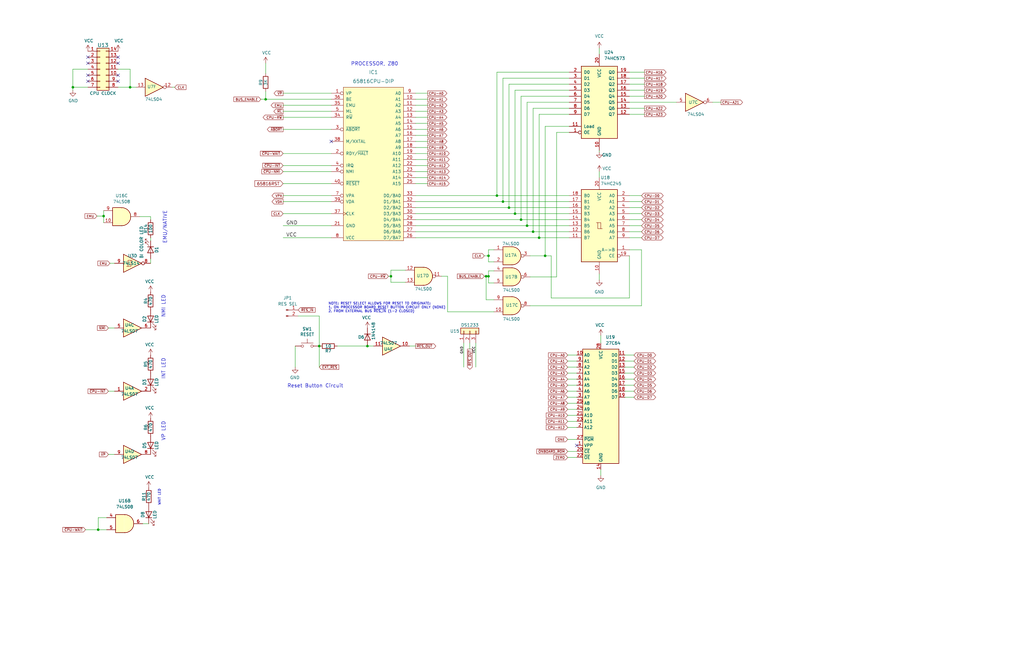
<source format=kicad_sch>
(kicad_sch (version 20211123) (generator eeschema)
  (paper "USLedger")
  (title_block (title "Duodyne 65816 CPU board") (date "2024-04-21") (rev "V1.2"))
  (lib_symbols
    (symbol "74xx:74LS00" (pin_names (offset 1.016))
      (property "Reference" "U" (at 0 1.27 0))
      (property "Value" "74LS00" (at 0 -1.27 0))
      (symbol "74LS00_1_1"
        (pin input line (at -7.62 2.54 0) (length 3.81) (name "~") (number "1"))
        (pin input line (at -7.62 -2.54 0) (length 3.81) (name "~") (number "2"))
        (pin output inverted (at 7.62 0 180) (length 3.81) (name "~") (number "3"))
      )
      (symbol "74LS00_1_2"
        (pin input inverted (at -7.62 2.54 0) (length 4.318) (name "~") (number "1"))
        (pin input inverted (at -7.62 -2.54 0) (length 4.318) (name "~") (number "2"))
        (pin output line (at 7.62 0 180) (length 3.81) (name "~") (number "3"))
      )
      (symbol "74LS00_2_1"
        (pin input line (at -7.62 2.54 0) (length 3.81) (name "~") (number "4"))
        (pin input line (at -7.62 -2.54 0) (length 3.81) (name "~") (number "5"))
        (pin output inverted (at 7.62 0 180) (length 3.81) (name "~") (number "6"))
      )
      (symbol "74LS00_2_2"
        (pin input inverted (at -7.62 2.54 0) (length 4.318) (name "~") (number "4"))
        (pin input inverted (at -7.62 -2.54 0) (length 4.318) (name "~") (number "5"))
        (pin output line (at 7.62 0 180) (length 3.81) (name "~") (number "6"))
      )
      (symbol "74LS00_3_1"
        (pin input line (at -7.62 -2.54 0) (length 3.81) (name "~") (number "10"))
        (pin output inverted (at 7.62 0 180) (length 3.81) (name "~") (number "8"))
        (pin input line (at -7.62 2.54 0) (length 3.81) (name "~") (number "9"))
      )
      (symbol "74LS00_3_2"
        (pin input inverted (at -7.62 -2.54 0) (length 4.318) (name "~") (number "10"))
        (pin output line (at 7.62 0 180) (length 3.81) (name "~") (number "8"))
        (pin input inverted (at -7.62 2.54 0) (length 4.318) (name "~") (number "9"))
      )
      (symbol "74LS00_4_1"
        (pin output inverted (at 7.62 0 180) (length 3.81) (name "~") (number "11"))
        (pin input line (at -7.62 2.54 0) (length 3.81) (name "~") (number "12"))
        (pin input line (at -7.62 -2.54 0) (length 3.81) (name "~") (number "13"))
      )
      (symbol "74LS00_4_2"
        (pin output line (at 7.62 0 180) (length 3.81) (name "~") (number "11"))
        (pin input inverted (at -7.62 2.54 0) (length 4.318) (name "~") (number "12"))
        (pin input inverted (at -7.62 -2.54 0) (length 4.318) (name "~") (number "13"))
      )
      (symbol "74LS00_5_0"
        (pin power_in line (at 0 12.7 270) (length 5.08) (name "VCC") (number "14"))
        (pin power_in line (at 0 -12.7 90) (length 5.08) (name "GND") (number "7"))
      )
    )
    (symbol "74xx:74LS04"
      (property "Reference" "U" (at 0 1.27 0))
      (property "Value" "74LS04" (at 0 -1.27 0))
      (symbol "74LS04_1_0"
        (pin input line (at -7.62 0 0) (length 3.81) (name "~") (number "1"))
        (pin output inverted (at 7.62 0 180) (length 3.81) (name "~") (number "2"))
      )
      (symbol "74LS04_2_0"
        (pin input line (at -7.62 0 0) (length 3.81) (name "~") (number "3"))
        (pin output inverted (at 7.62 0 180) (length 3.81) (name "~") (number "4"))
      )
      (symbol "74LS04_3_0"
        (pin input line (at -7.62 0 0) (length 3.81) (name "~") (number "5"))
        (pin output inverted (at 7.62 0 180) (length 3.81) (name "~") (number "6"))
      )
      (symbol "74LS04_4_0"
        (pin output inverted (at 7.62 0 180) (length 3.81) (name "~") (number "8"))
        (pin input line (at -7.62 0 0) (length 3.81) (name "~") (number "9"))
      )
      (symbol "74LS04_5_0"
        (pin output inverted (at 7.62 0 180) (length 3.81) (name "~") (number "10"))
        (pin input line (at -7.62 0 0) (length 3.81) (name "~") (number "11"))
      )
      (symbol "74LS04_6_0"
        (pin output inverted (at 7.62 0 180) (length 3.81) (name "~") (number "12"))
        (pin input line (at -7.62 0 0) (length 3.81) (name "~") (number "13"))
      )
      (symbol "74LS04_7_0"
        (pin power_in line (at 0 12.7 270) (length 5.08) (name "VCC") (number "14"))
        (pin power_in line (at 0 -12.7 90) (length 5.08) (name "GND") (number "7"))
      )
    )
    (symbol "74xx:74LS07" (pin_names (offset 1.016))
      (property "Reference" "U" (at 0 1.27 0))
      (property "Value" "74LS07" (at 0 -1.27 0))
      (symbol "74LS07_1_0"
        (pin input line (at -7.62 0 0) (length 3.81) (name "~") (number "1"))
        (pin open_collector line (at 7.62 0 180) (length 3.81) (name "~") (number "2"))
      )
      (symbol "74LS07_2_0"
        (pin input line (at -7.62 0 0) (length 3.81) (name "~") (number "3"))
        (pin open_collector line (at 7.62 0 180) (length 3.81) (name "~") (number "4"))
      )
      (symbol "74LS07_3_0"
        (pin input line (at -7.62 0 0) (length 3.81) (name "~") (number "5"))
        (pin open_collector line (at 7.62 0 180) (length 3.81) (name "~") (number "6"))
      )
      (symbol "74LS07_4_0"
        (pin open_collector line (at 7.62 0 180) (length 3.81) (name "~") (number "8"))
        (pin input line (at -7.62 0 0) (length 3.81) (name "~") (number "9"))
      )
      (symbol "74LS07_5_0"
        (pin open_collector line (at 7.62 0 180) (length 3.81) (name "~") (number "10"))
        (pin input line (at -7.62 0 0) (length 3.81) (name "~") (number "11"))
      )
      (symbol "74LS07_6_0"
        (pin open_collector line (at 7.62 0 180) (length 3.81) (name "~") (number "12"))
        (pin input line (at -7.62 0 0) (length 3.81) (name "~") (number "13"))
      )
      (symbol "74LS07_7_0"
        (pin power_in line (at 0 12.7 270) (length 5.08) (name "VCC") (number "14"))
        (pin power_in line (at 0 -12.7 90) (length 5.08) (name "GND") (number "7"))
      )
    )
    (symbol "74xx:74LS08" (pin_names (offset 1.016))
      (property "Reference" "U" (at 0 1.27 0))
      (property "Value" "74LS08" (at 0 -1.27 0))
      (symbol "74LS08_1_1"
        (pin input line (at -7.62 2.54 0) (length 3.81) (name "~") (number "1"))
        (pin input line (at -7.62 -2.54 0) (length 3.81) (name "~") (number "2"))
        (pin output line (at 7.62 0 180) (length 3.81) (name "~") (number "3"))
      )
      (symbol "74LS08_1_2"
        (pin input inverted (at -7.62 2.54 0) (length 4.318) (name "~") (number "1"))
        (pin input inverted (at -7.62 -2.54 0) (length 4.318) (name "~") (number "2"))
        (pin output inverted (at 7.62 0 180) (length 3.81) (name "~") (number "3"))
      )
      (symbol "74LS08_2_1"
        (pin input line (at -7.62 2.54 0) (length 3.81) (name "~") (number "4"))
        (pin input line (at -7.62 -2.54 0) (length 3.81) (name "~") (number "5"))
        (pin output line (at 7.62 0 180) (length 3.81) (name "~") (number "6"))
      )
      (symbol "74LS08_2_2"
        (pin input inverted (at -7.62 2.54 0) (length 4.318) (name "~") (number "4"))
        (pin input inverted (at -7.62 -2.54 0) (length 4.318) (name "~") (number "5"))
        (pin output inverted (at 7.62 0 180) (length 3.81) (name "~") (number "6"))
      )
      (symbol "74LS08_3_1"
        (pin input line (at -7.62 -2.54 0) (length 3.81) (name "~") (number "10"))
        (pin output line (at 7.62 0 180) (length 3.81) (name "~") (number "8"))
        (pin input line (at -7.62 2.54 0) (length 3.81) (name "~") (number "9"))
      )
      (symbol "74LS08_3_2"
        (pin input inverted (at -7.62 -2.54 0) (length 4.318) (name "~") (number "10"))
        (pin output inverted (at 7.62 0 180) (length 3.81) (name "~") (number "8"))
        (pin input inverted (at -7.62 2.54 0) (length 4.318) (name "~") (number "9"))
      )
      (symbol "74LS08_4_1"
        (pin output line (at 7.62 0 180) (length 3.81) (name "~") (number "11"))
        (pin input line (at -7.62 2.54 0) (length 3.81) (name "~") (number "12"))
        (pin input line (at -7.62 -2.54 0) (length 3.81) (name "~") (number "13"))
      )
      (symbol "74LS08_4_2"
        (pin output inverted (at 7.62 0 180) (length 3.81) (name "~") (number "11"))
        (pin input inverted (at -7.62 2.54 0) (length 4.318) (name "~") (number "12"))
        (pin input inverted (at -7.62 -2.54 0) (length 4.318) (name "~") (number "13"))
      )
      (symbol "74LS08_5_0"
        (pin power_in line (at 0 12.7 270) (length 5.08) (name "VCC") (number "14"))
        (pin power_in line (at 0 -12.7 90) (length 5.08) (name "GND") (number "7"))
      )
    )
    (symbol "74xx:74LS14" (pin_names (offset 1.016))
      (property "Reference" "U" (at 0 1.27 0))
      (property "Value" "74LS14" (at 0 -1.27 0))
      (symbol "74LS14_1_0"
        (pin input line (at -7.62 0 0) (length 3.81) (name "~") (number "1"))
        (pin output inverted (at 7.62 0 180) (length 3.81) (name "~") (number "2"))
      )
      (symbol "74LS14_2_0"
        (pin input line (at -7.62 0 0) (length 3.81) (name "~") (number "3"))
        (pin output inverted (at 7.62 0 180) (length 3.81) (name "~") (number "4"))
      )
      (symbol "74LS14_3_0"
        (pin input line (at -7.62 0 0) (length 3.81) (name "~") (number "5"))
        (pin output inverted (at 7.62 0 180) (length 3.81) (name "~") (number "6"))
      )
      (symbol "74LS14_4_0"
        (pin output inverted (at 7.62 0 180) (length 3.81) (name "~") (number "8"))
        (pin input line (at -7.62 0 0) (length 3.81) (name "~") (number "9"))
      )
      (symbol "74LS14_5_0"
        (pin output inverted (at 7.62 0 180) (length 3.81) (name "~") (number "10"))
        (pin input line (at -7.62 0 0) (length 3.81) (name "~") (number "11"))
      )
      (symbol "74LS14_6_0"
        (pin output inverted (at 7.62 0 180) (length 3.81) (name "~") (number "12"))
        (pin input line (at -7.62 0 0) (length 3.81) (name "~") (number "13"))
      )
      (symbol "74LS14_7_0"
        (pin power_in line (at 0 12.7 270) (length 5.08) (name "VCC") (number "14"))
        (pin power_in line (at 0 -12.7 90) (length 5.08) (name "GND") (number "7"))
      )
    )
    (symbol "74xx:74LS245" (pin_names (offset 1.016))
      (property "Reference" "U" (at -7.62 16.51 0))
      (property "Value" "74LS245" (at -7.62 -16.51 0))
      (symbol "74LS245_1_0"
        (pin input line (at -12.7 -10.16 0) (length 5.08) (name "A->B") (number "1"))
        (pin power_in line (at 0 -20.32 90) (length 5.08) (name "GND") (number "10"))
        (pin tri_state line (at 12.7 -5.08 180) (length 5.08) (name "B7") (number "11"))
        (pin tri_state line (at 12.7 -2.54 180) (length 5.08) (name "B6") (number "12"))
        (pin tri_state line (at 12.7 0 180) (length 5.08) (name "B5") (number "13"))
        (pin tri_state line (at 12.7 2.54 180) (length 5.08) (name "B4") (number "14"))
        (pin tri_state line (at 12.7 5.08 180) (length 5.08) (name "B3") (number "15"))
        (pin tri_state line (at 12.7 7.62 180) (length 5.08) (name "B2") (number "16"))
        (pin tri_state line (at 12.7 10.16 180) (length 5.08) (name "B1") (number "17"))
        (pin tri_state line (at 12.7 12.7 180) (length 5.08) (name "B0") (number "18"))
        (pin input inverted (at -12.7 -12.7 0) (length 5.08) (name "CE") (number "19"))
        (pin tri_state line (at -12.7 12.7 0) (length 5.08) (name "A0") (number "2"))
        (pin power_in line (at 0 20.32 270) (length 5.08) (name "VCC") (number "20"))
        (pin tri_state line (at -12.7 10.16 0) (length 5.08) (name "A1") (number "3"))
        (pin tri_state line (at -12.7 7.62 0) (length 5.08) (name "A2") (number "4"))
        (pin tri_state line (at -12.7 5.08 0) (length 5.08) (name "A3") (number "5"))
        (pin tri_state line (at -12.7 2.54 0) (length 5.08) (name "A4") (number "6"))
        (pin tri_state line (at -12.7 0 0) (length 5.08) (name "A5") (number "7"))
        (pin tri_state line (at -12.7 -2.54 0) (length 5.08) (name "A6") (number "8"))
        (pin tri_state line (at -12.7 -5.08 0) (length 5.08) (name "A7") (number "9"))
      )
    )
    (symbol "74xx:74LS573" (pin_names (offset 1.016))
      (property "Reference" "U" (at -7.62 16.51 0))
      (property "Value" "74LS573" (at -7.62 -16.51 0))
      (symbol "74LS573_1_0"
        (pin input inverted (at -12.7 -12.7 0) (length 5.08) (name "OE") (number "1"))
        (pin power_in line (at 0 -20.32 90) (length 5.08) (name "GND") (number "10"))
        (pin input line (at -12.7 -10.16 0) (length 5.08) (name "Load") (number "11"))
        (pin tri_state line (at 12.7 -5.08 180) (length 5.08) (name "Q7") (number "12"))
        (pin tri_state line (at 12.7 -2.54 180) (length 5.08) (name "Q6") (number "13"))
        (pin tri_state line (at 12.7 0 180) (length 5.08) (name "Q5") (number "14"))
        (pin tri_state line (at 12.7 2.54 180) (length 5.08) (name "Q4") (number "15"))
        (pin tri_state line (at 12.7 5.08 180) (length 5.08) (name "Q3") (number "16"))
        (pin tri_state line (at 12.7 7.62 180) (length 5.08) (name "Q2") (number "17"))
        (pin tri_state line (at 12.7 10.16 180) (length 5.08) (name "Q1") (number "18"))
        (pin tri_state line (at 12.7 12.7 180) (length 5.08) (name "Q0") (number "19"))
        (pin input line (at -12.7 12.7 0) (length 5.08) (name "D0") (number "2"))
        (pin power_in line (at 0 20.32 270) (length 5.08) (name "VCC") (number "20"))
        (pin input line (at -12.7 10.16 0) (length 5.08) (name "D1") (number "3"))
        (pin input line (at -12.7 7.62 0) (length 5.08) (name "D2") (number "4"))
        (pin input line (at -12.7 5.08 0) (length 5.08) (name "D3") (number "5"))
        (pin input line (at -12.7 2.54 0) (length 5.08) (name "D4") (number "6"))
        (pin input line (at -12.7 0 0) (length 5.08) (name "D5") (number "7"))
        (pin input line (at -12.7 -2.54 0) (length 5.08) (name "D6") (number "8"))
        (pin input line (at -12.7 -5.08 0) (length 5.08) (name "D7") (number "9"))
      )
    )
    (symbol "CUSTOM_LIB:65816CPU-DIP" (pin_names (offset 1.016))
      (property "Reference" "IC1" (at 12.7 6.35 0))
      (property "Value" "65816CPU-DIP" (at 12.7 2.54 0))
      (symbol "65816CPU-DIP_1_0"
        (pin output inverted (at -5.08 -2.54 0) (length 5.08) (name "VP") (number "1"))
        (pin output line (at 30.48 -5.08 180) (length 5.08) (name "A1") (number "10"))
        (pin output line (at 30.48 -7.62 180) (length 5.08) (name "A2") (number "11"))
        (pin output line (at 30.48 -10.16 180) (length 5.08) (name "A3") (number "12"))
        (pin output line (at 30.48 -12.7 180) (length 5.08) (name "A4") (number "13"))
        (pin output line (at 30.48 -15.24 180) (length 5.08) (name "A5") (number "14"))
        (pin output line (at 30.48 -17.78 180) (length 5.08) (name "A6") (number "15"))
        (pin output line (at 30.48 -20.32 180) (length 5.08) (name "A7") (number "16"))
        (pin output line (at 30.48 -22.86 180) (length 5.08) (name "A8") (number "17"))
        (pin output line (at 30.48 -25.4 180) (length 5.08) (name "A9") (number "18"))
        (pin output line (at 30.48 -27.94 180) (length 5.08) (name "A10") (number "19"))
        (pin bidirectional inverted (at -5.08 -27.94 0) (length 5.08) (name "RDY/~{HALT}") (number "2"))
        (pin output line (at 30.48 -30.48 180) (length 5.08) (name "A11") (number "20"))
        (pin power_in line (at -5.08 -58.42 0) (length 5.08) (name "GND") (number "21"))
        (pin output line (at 30.48 -33.02 180) (length 5.08) (name "A12") (number "22"))
        (pin output line (at 30.48 -35.56 180) (length 5.08) (name "A13") (number "23"))
        (pin output line (at 30.48 -38.1 180) (length 5.08) (name "A14") (number "24"))
        (pin output line (at 30.48 -40.64 180) (length 5.08) (name "A15") (number "25"))
        (pin bidirectional line (at 30.48 -63.5 180) (length 5.08) (name "D7/BA7") (number "26"))
        (pin bidirectional line (at 30.48 -60.96 180) (length 5.08) (name "D6/BA6") (number "27"))
        (pin bidirectional line (at 30.48 -58.42 180) (length 5.08) (name "D5/BA5") (number "28"))
        (pin bidirectional line (at 30.48 -55.88 180) (length 5.08) (name "D4/BA4") (number "29"))
        (pin input inverted (at -5.08 -17.78 0) (length 5.08) (name "~{ABORT}") (number "3"))
        (pin bidirectional line (at 30.48 -53.34 180) (length 5.08) (name "D3/BA3") (number "30"))
        (pin bidirectional line (at 30.48 -50.8 180) (length 5.08) (name "D2/BA2") (number "31"))
        (pin bidirectional line (at 30.48 -48.26 180) (length 5.08) (name "D1/BA1") (number "32"))
        (pin bidirectional line (at 30.48 -45.72 180) (length 5.08) (name "D0/BA0") (number "33"))
        (pin output line (at -5.08 -12.7 0) (length 5.08) (name "R~{W}") (number "34"))
        (pin output line (at -5.08 -7.62 0) (length 5.08) (name "EMU") (number "35"))
        (pin input line (at -5.08 -5.08 0) (length 5.08) (name "BE") (number "36"))
        (pin input clock (at -5.08 -53.34 0) (length 5.08) (name "CLK") (number "37"))
        (pin output line (at -5.08 -22.86 0) (length 5.08) (name "M/XXTAL") (number "38"))
        (pin output inverted (at -5.08 -48.26 0) (length 5.08) (name "VDA") (number "39"))
        (pin input inverted (at -5.08 -33.02 0) (length 5.08) (name "IRQ") (number "4"))
        (pin input inverted (at -5.08 -40.64 0) (length 5.08) (name "~{RESET}") (number "40"))
        (pin output line (at -5.08 -10.16 0) (length 5.08) (name "ML") (number "5"))
        (pin input inverted (at -5.08 -35.56 0) (length 5.08) (name "NMI") (number "6"))
        (pin output inverted (at -5.08 -45.72 0) (length 5.08) (name "VPA") (number "7"))
        (pin power_in line (at -5.08 -63.5 0) (length 5.08) (name "VCC") (number "8"))
        (pin output line (at 30.48 -2.54 180) (length 5.08) (name "A0") (number "9"))
      )
    )
    (symbol "Connector:Conn_01x02_Male" (pin_names (offset 1.016) hide)
      (property "Reference" "J" (at 0 2.54 0))
      (property "Value" "Conn_01x02_Male" (at 0 -5.08 0))
      (symbol "Conn_01x02_Male_1_1"
        (pin passive line (at 5.08 0 180) (length 3.81) (name "Pin_1") (number "1"))
        (pin passive line (at 5.08 -2.54 180) (length 3.81) (name "Pin_2") (number "2"))
      )
    )
    (symbol "Connector_Generic:Conn_01x03" (pin_names (offset 1.016) hide)
      (property "Reference" "J" (at 0 5.08 0))
      (property "Value" "Conn_01x03" (at 0 -5.08 0))
      (symbol "Conn_01x03_1_1"
        (pin passive line (at -5.08 2.54 0) (length 3.81) (name "Pin_1") (number "1"))
        (pin passive line (at -5.08 0 0) (length 3.81) (name "Pin_2") (number "2"))
        (pin passive line (at -5.08 -2.54 0) (length 3.81) (name "Pin_3") (number "3"))
      )
    )
    (symbol "Connector_Generic:Conn_02x07_Counter_Clockwise" (pin_names (offset 1.016) hide)
      (property "Reference" "J" (at 1.27 10.16 0))
      (property "Value" "Conn_02x07_Counter_Clockwise" (at 1.27 -10.16 0))
      (symbol "Conn_02x07_Counter_Clockwise_1_1"
        (pin passive line (at -5.08 7.62 0) (length 3.81) (name "Pin_1") (number "1"))
        (pin passive line (at 7.62 -2.54 180) (length 3.81) (name "Pin_10") (number "10"))
        (pin passive line (at 7.62 0 180) (length 3.81) (name "Pin_11") (number "11"))
        (pin passive line (at 7.62 2.54 180) (length 3.81) (name "Pin_12") (number "12"))
        (pin passive line (at 7.62 5.08 180) (length 3.81) (name "Pin_13") (number "13"))
        (pin passive line (at 7.62 7.62 180) (length 3.81) (name "Pin_14") (number "14"))
        (pin passive line (at -5.08 5.08 0) (length 3.81) (name "Pin_2") (number "2"))
        (pin passive line (at -5.08 2.54 0) (length 3.81) (name "Pin_3") (number "3"))
        (pin passive line (at -5.08 0 0) (length 3.81) (name "Pin_4") (number "4"))
        (pin passive line (at -5.08 -2.54 0) (length 3.81) (name "Pin_5") (number "5"))
        (pin passive line (at -5.08 -5.08 0) (length 3.81) (name "Pin_6") (number "6"))
        (pin passive line (at -5.08 -7.62 0) (length 3.81) (name "Pin_7") (number "7"))
        (pin passive line (at 7.62 -7.62 180) (length 3.81) (name "Pin_8") (number "8"))
        (pin passive line (at 7.62 -5.08 180) (length 3.81) (name "Pin_9") (number "9"))
      )
    )
    (symbol "Device:LED" (pin_numbers hide) (pin_names (offset 1.016) hide)
      (property "Reference" "D" (at 0 2.54 0))
      (property "Value" "LED" (at 0 -2.54 0))
      (symbol "LED_1_1"
        (pin passive line (at -3.81 0 0) (length 2.54) (name "K") (number "1"))
        (pin passive line (at 3.81 0 180) (length 2.54) (name "A") (number "2"))
      )
    )
    (symbol "Device:R" (pin_numbers hide) (pin_names (offset 0))
      (property "Reference" "R" (at 2.032 0 90))
      (property "Value" "R" (at 0 0 90))
      (symbol "R_1_1"
        (pin passive line (at 0 3.81 270) (length 1.27) (name "~") (number "1"))
        (pin passive line (at 0 -3.81 90) (length 1.27) (name "~") (number "2"))
      )
    )
    (symbol "Diode:1N4148" (pin_numbers hide) (pin_names hide)
      (property "Reference" "D" (at 0 2.54 0))
      (property "Value" "1N4148" (at 0 -2.54 0))
      (symbol "1N4148_1_1"
        (pin passive line (at -3.81 0 0) (length 2.54) (name "K") (number "1"))
        (pin passive line (at 3.81 0 180) (length 2.54) (name "A") (number "2"))
      )
    )
    (symbol "Memory_EPROM:27C64"
      (property "Reference" "U" (at -7.62 24.13 0))
      (property "Value" "27C64" (at 2.54 -26.67 0))
      (symbol "27C64_1_1"
        (pin input line (at -10.16 -17.78 0) (length 2.54) (name "VPP") (number "1"))
        (pin input line (at -10.16 20.32 0) (length 2.54) (name "A0") (number "10"))
        (pin tri_state line (at 10.16 20.32 180) (length 2.54) (name "D0") (number "11"))
        (pin tri_state line (at 10.16 17.78 180) (length 2.54) (name "D1") (number "12"))
        (pin tri_state line (at 10.16 15.24 180) (length 2.54) (name "D2") (number "13"))
        (pin power_in line (at 0 -27.94 90) (length 2.54) (name "GND") (number "14"))
        (pin tri_state line (at 10.16 12.7 180) (length 2.54) (name "D3") (number "15"))
        (pin tri_state line (at 10.16 10.16 180) (length 2.54) (name "D4") (number "16"))
        (pin tri_state line (at 10.16 7.62 180) (length 2.54) (name "D5") (number "17"))
        (pin tri_state line (at 10.16 5.08 180) (length 2.54) (name "D6") (number "18"))
        (pin tri_state line (at 10.16 2.54 180) (length 2.54) (name "D7") (number "19"))
        (pin input line (at -10.16 -10.16 0) (length 2.54) (name "A12") (number "2"))
        (pin input line (at -10.16 -20.32 0) (length 2.54) (name "~{CE}") (number "20"))
        (pin input line (at -10.16 -5.08 0) (length 2.54) (name "A10") (number "21"))
        (pin input line (at -10.16 -22.86 0) (length 2.54) (name "~{OE}") (number "22"))
        (pin input line (at -10.16 -7.62 0) (length 2.54) (name "A11") (number "23"))
        (pin input line (at -10.16 -2.54 0) (length 2.54) (name "A9") (number "24"))
        (pin input line (at -10.16 0 0) (length 2.54) (name "A8") (number "25"))
        (pin no_connect line (at 7.62 0 180) (length 2.54) hide (name "NC") (number "26"))
        (pin input line (at -10.16 -15.24 0) (length 2.54) (name "~{PGM}") (number "27"))
        (pin power_in line (at 0 25.4 270) (length 2.54) (name "VCC") (number "28"))
        (pin input line (at -10.16 2.54 0) (length 2.54) (name "A7") (number "3"))
        (pin input line (at -10.16 5.08 0) (length 2.54) (name "A6") (number "4"))
        (pin input line (at -10.16 7.62 0) (length 2.54) (name "A5") (number "5"))
        (pin input line (at -10.16 10.16 0) (length 2.54) (name "A4") (number "6"))
        (pin input line (at -10.16 12.7 0) (length 2.54) (name "A3") (number "7"))
        (pin input line (at -10.16 15.24 0) (length 2.54) (name "A2") (number "8"))
        (pin input line (at -10.16 17.78 0) (length 2.54) (name "A1") (number "9"))
      )
    )
    (symbol "Switch:SW_Push" (pin_numbers hide) (pin_names (offset 1.016) hide)
      (property "Reference" "SW" (at 1.27 2.54 0))
      (property "Value" "SW_Push" (at 0 -1.524 0))
      (symbol "SW_Push_0_1"
        (pin passive line (at -5.08 0 0) (length 2.54) (name "1") (number "1"))
        (pin passive line (at 5.08 0 180) (length 2.54) (name "2") (number "2"))
      )
    )
    (symbol "power:GND" (power) (pin_names (offset 0))
      (property "Value" "GND" (at 0 -3.81 0))
      (symbol "GND_1_1"
        (pin power_in line (at 0 0 270) (length 0) hide (name "GND") (number "1"))
      )
    )
    (symbol "power:VCC" (power) (pin_names (offset 0))
      (property "Value" "VCC" (at 0 3.81 0))
      (symbol "VCC_1_1"
        (pin power_in line (at 0 0 90) (length 0) hide (name "VCC") (number "1"))
      )
    )
  )
  (junction (at 154.94 146.05))
  (junction (at 112.014 41.91))
  (junction (at 43.688 91.186))
  (junction (at 224.79 97.79))
  (junction (at 41.402 223.52))
  (junction (at 212.09 85.09))
  (junction (at 222.25 95.25))
  (junction (at 54.864 36.83))
  (junction (at 217.17 90.17))
  (junction (at 219.71 92.71))
  (junction (at 214.63 87.63))
  (junction (at 134.62 146.05))
  (junction (at 229.87 107.95))
  (junction (at 164.846 116.586))
  (junction (at 30.734 36.83))
  (junction (at 209.55 82.55))
  (junction (at 227.33 100.33))
  (junction (at 205.994 116.586))
  (junction (at 204.978 116.586))
  (junction (at 205.994 107.95))
  (no_connect (at 37.084 31.75))
  (no_connect (at 37.084 26.67))
  (no_connect (at 139.7 59.69))
  (no_connect (at 49.784 34.29))
  (no_connect (at 37.084 24.13))
  (no_connect (at 243.205 187.96))
  (no_connect (at 49.784 26.67))
  (no_connect (at 49.784 31.75))
  (no_connect (at 49.784 24.13))
  (no_connect (at 37.084 34.29))
  (wire (pts (xy 48.26 191.77) (xy 45.72 191.77)))
  (wire (pts (xy 36.068 223.52) (xy 41.402 223.52)))
  (wire (pts (xy 212.09 85.09) (xy 175.26 85.09)))
  (wire (pts (xy 205.994 119.38) (xy 208.28 119.38)))
  (wire (pts (xy 175.26 69.85) (xy 180.34 69.85)))
  (wire (pts (xy 204.216 107.95) (xy 205.994 107.95)))
  (wire (pts (xy 239.395 193.04) (xy 243.205 193.04)))
  (wire (pts (xy 224.79 45.72) (xy 240.03 45.72)))
  (wire (pts (xy 239.395 170.18) (xy 243.205 170.18)))
  (wire (pts (xy 134.62 133.35) (xy 134.62 146.05)))
  (wire (pts (xy 265.43 92.71) (xy 270.51 92.71)))
  (wire (pts (xy 239.395 172.72) (xy 243.205 172.72)))
  (wire (pts (xy 240.03 43.18) (xy 222.25 43.18)))
  (wire (pts (xy 217.17 38.1) (xy 217.17 90.17)))
  (wire (pts (xy 119.38 100.33) (xy 139.7 100.33)))
  (wire (pts (xy 163.83 116.586) (xy 164.846 116.586)))
  (wire (pts (xy 119.38 69.85) (xy 139.7 69.85)))
  (wire (pts (xy 239.395 180.34) (xy 243.205 180.34)))
  (wire (pts (xy 119.38 64.77) (xy 139.7 64.77)))
  (wire (pts (xy 119.38 46.99) (xy 139.7 46.99)))
  (wire (pts (xy 214.63 87.63) (xy 240.03 87.63)))
  (wire (pts (xy 198.12 147.32) (xy 198.12 144.78)))
  (wire (pts (xy 175.26 62.23) (xy 180.34 62.23)))
  (wire (pts (xy 252.73 72.39) (xy 252.73 74.93)))
  (wire (pts (xy 175.26 97.79) (xy 224.79 97.79)))
  (wire (pts (xy 40.894 91.186) (xy 43.688 91.186)))
  (wire (pts (xy 234.696 55.88) (xy 240.03 55.88)))
  (wire (pts (xy 265.43 43.18) (xy 285.242 43.18)))
  (wire (pts (xy 60.198 220.98) (xy 62.738 220.98)))
  (wire (pts (xy 240.03 92.71) (xy 219.71 92.71)))
  (wire (pts (xy 222.25 95.25) (xy 240.03 95.25)))
  (wire (pts (xy 263.525 154.94) (xy 267.335 154.94)))
  (wire (pts (xy 223.52 116.84) (xy 234.696 116.84)))
  (wire (pts (xy 252.73 20.32) (xy 252.73 22.86)))
  (wire (pts (xy 43.688 88.9) (xy 43.688 91.186)))
  (wire (pts (xy 54.864 36.83) (xy 49.784 36.83)))
  (wire (pts (xy 205.994 116.586) (xy 205.994 119.38)))
  (wire (pts (xy 175.26 41.91) (xy 180.34 41.91)))
  (wire (pts (xy 239.395 177.8) (xy 243.205 177.8)))
  (wire (pts (xy 223.52 107.95) (xy 229.87 107.95)))
  (wire (pts (xy 232.41 125.73) (xy 232.41 107.95)))
  (wire (pts (xy 109.982 41.91) (xy 112.014 41.91)))
  (wire (pts (xy 63.5 91.44) (xy 63.5 92.71)))
  (wire (pts (xy 204.216 116.586) (xy 204.978 116.586)))
  (wire (pts (xy 186.182 116.586) (xy 188.722 116.586)))
  (wire (pts (xy 72.644 36.83) (xy 73.66 36.83)))
  (wire (pts (xy 222.25 43.18) (xy 222.25 95.25)))
  (wire (pts (xy 234.696 116.84) (xy 234.696 55.88)))
  (wire (pts (xy 41.402 223.52) (xy 44.958 223.52)))
  (wire (pts (xy 175.26 82.55) (xy 209.55 82.55)))
  (wire (pts (xy 48.26 138.43) (xy 45.72 138.43)))
  (wire (pts (xy 240.03 38.1) (xy 217.17 38.1)))
  (wire (pts (xy 205.994 114.3) (xy 205.994 116.586)))
  (wire (pts (xy 265.43 125.73) (xy 232.41 125.73)))
  (wire (pts (xy 224.79 97.79) (xy 224.79 45.72)))
  (wire (pts (xy 175.26 54.61) (xy 180.34 54.61)))
  (wire (pts (xy 208.28 105.41) (xy 205.994 105.41)))
  (wire (pts (xy 30.734 29.21) (xy 30.734 36.83)))
  (wire (pts (xy 175.26 146.05) (xy 172.72 146.05)))
  (wire (pts (xy 239.395 175.26) (xy 243.205 175.26)))
  (wire (pts (xy 263.525 152.4) (xy 267.335 152.4)))
  (wire (pts (xy 239.395 154.94) (xy 243.205 154.94)))
  (wire (pts (xy 263.525 167.64) (xy 267.335 167.64)))
  (wire (pts (xy 48.26 165.1) (xy 45.72 165.1)))
  (wire (pts (xy 270.51 129.032) (xy 223.52 129.032)))
  (wire (pts (xy 240.03 48.26) (xy 227.33 48.26)))
  (wire (pts (xy 119.38 49.53) (xy 139.7 49.53)))
  (wire (pts (xy 239.395 157.48) (xy 243.205 157.48)))
  (wire (pts (xy 119.38 95.25) (xy 139.7 95.25)))
  (wire (pts (xy 175.26 72.39) (xy 180.34 72.39)))
  (wire (pts (xy 224.79 97.79) (xy 240.03 97.79)))
  (wire (pts (xy 119.38 85.09) (xy 139.7 85.09)))
  (wire (pts (xy 212.09 85.09) (xy 240.03 85.09)))
  (wire (pts (xy 43.688 91.186) (xy 43.688 93.98)))
  (wire (pts (xy 139.7 44.45) (xy 119.38 44.45)))
  (wire (pts (xy 265.43 105.41) (xy 270.51 105.41)))
  (wire (pts (xy 209.55 82.55) (xy 209.55 30.48)))
  (wire (pts (xy 265.43 107.95) (xy 265.43 125.73)))
  (wire (pts (xy 188.722 116.586) (xy 188.722 131.572)))
  (wire (pts (xy 112.014 26.67) (xy 112.014 30.988)))
  (wire (pts (xy 134.62 133.35) (xy 125.73 133.35)))
  (wire (pts (xy 195.58 144.78) (xy 195.58 154.94)))
  (wire (pts (xy 253.365 141.605) (xy 253.365 144.78)))
  (wire (pts (xy 239.395 190.5) (xy 243.205 190.5)))
  (wire (pts (xy 229.87 107.95) (xy 232.41 107.95)))
  (wire (pts (xy 54.864 36.83) (xy 57.404 36.83)))
  (wire (pts (xy 139.7 39.37) (xy 119.38 39.37)))
  (wire (pts (xy 134.62 146.05) (xy 134.62 154.94)))
  (wire (pts (xy 239.395 149.86) (xy 243.205 149.86)))
  (wire (pts (xy 58.928 91.44) (xy 63.5 91.44)))
  (wire (pts (xy 37.084 29.21) (xy 30.734 29.21)))
  (wire (pts (xy 227.33 100.33) (xy 175.26 100.33)))
  (wire (pts (xy 46.355 111.125) (xy 48.26 111.125)))
  (wire (pts (xy 300.482 43.18) (xy 304.038 43.18)))
  (wire (pts (xy 175.26 64.77) (xy 180.34 64.77)))
  (wire (pts (xy 209.55 82.55) (xy 240.03 82.55)))
  (wire (pts (xy 265.43 82.55) (xy 270.51 82.55)))
  (wire (pts (xy 41.402 218.44) (xy 44.958 218.44)))
  (wire (pts (xy 175.26 59.69) (xy 180.34 59.69)))
  (wire (pts (xy 170.942 114.046) (xy 164.846 114.046)))
  (wire (pts (xy 119.38 77.47) (xy 139.7 77.47)))
  (wire (pts (xy 263.525 149.86) (xy 267.335 149.86)))
  (wire (pts (xy 239.395 160.02) (xy 243.205 160.02)))
  (wire (pts (xy 209.55 30.48) (xy 240.03 30.48)))
  (wire (pts (xy 263.525 165.1) (xy 267.335 165.1)))
  (wire (pts (xy 263.525 162.56) (xy 267.335 162.56)))
  (wire (pts (xy 239.395 167.64) (xy 243.205 167.64)))
  (wire (pts (xy 205.994 107.95) (xy 205.994 110.49)))
  (wire (pts (xy 239.395 152.4) (xy 243.205 152.4)))
  (wire (pts (xy 41.402 223.52) (xy 41.402 218.44)))
  (wire (pts (xy 265.43 33.02) (xy 271.78 33.02)))
  (wire (pts (xy 222.25 95.25) (xy 175.26 95.25)))
  (wire (pts (xy 265.43 30.48) (xy 271.78 30.48)))
  (wire (pts (xy 239.395 165.1) (xy 243.205 165.1)))
  (wire (pts (xy 214.63 35.56) (xy 240.03 35.56)))
  (wire (pts (xy 239.395 185.42) (xy 243.205 185.42)))
  (wire (pts (xy 175.26 67.31) (xy 180.34 67.31)))
  (wire (pts (xy 240.03 33.02) (xy 212.09 33.02)))
  (wire (pts (xy 49.784 29.21) (xy 54.864 29.21)))
  (wire (pts (xy 200.66 144.78) (xy 200.66 154.94)))
  (wire (pts (xy 265.43 40.64) (xy 271.78 40.64)))
  (wire (pts (xy 212.09 33.02) (xy 212.09 85.09)))
  (wire (pts (xy 175.26 74.93) (xy 180.34 74.93)))
  (wire (pts (xy 265.43 85.09) (xy 270.51 85.09)))
  (wire (pts (xy 30.734 38.1) (xy 30.734 36.83)))
  (wire (pts (xy 204.978 116.586) (xy 205.994 116.586)))
  (wire (pts (xy 30.734 36.83) (xy 37.084 36.83)))
  (wire (pts (xy 263.525 157.48) (xy 267.335 157.48)))
  (wire (pts (xy 63.5 100.33) (xy 63.5 101.6)))
  (wire (pts (xy 265.43 97.79) (xy 270.51 97.79)))
  (wire (pts (xy 164.846 114.046) (xy 164.846 116.586)))
  (wire (pts (xy 265.43 95.25) (xy 270.51 95.25)))
  (wire (pts (xy 270.51 105.41) (xy 270.51 129.032)))
  (wire (pts (xy 175.26 39.37) (xy 180.34 39.37)))
  (wire (pts (xy 265.43 90.17) (xy 270.51 90.17)))
  (wire (pts (xy 208.28 114.3) (xy 205.994 114.3)))
  (wire (pts (xy 204.978 126.492) (xy 208.28 126.492)))
  (wire (pts (xy 229.87 53.34) (xy 229.87 107.95)))
  (wire (pts (xy 265.43 35.56) (xy 271.78 35.56)))
  (wire (pts (xy 175.26 52.07) (xy 180.34 52.07)))
  (wire (pts (xy 253.365 198.12) (xy 253.365 200.66)))
  (wire (pts (xy 265.43 38.1) (xy 271.78 38.1)))
  (wire (pts (xy 217.17 90.17) (xy 240.03 90.17)))
  (wire (pts (xy 219.71 40.64) (xy 219.71 92.71)))
  (wire (pts (xy 265.43 48.26) (xy 271.78 48.26)))
  (wire (pts (xy 175.26 44.45) (xy 180.34 44.45)))
  (wire (pts (xy 54.864 29.21) (xy 54.864 36.83)))
  (wire (pts (xy 265.43 100.33) (xy 270.51 100.33)))
  (wire (pts (xy 239.395 162.56) (xy 243.205 162.56)))
  (wire (pts (xy 265.43 87.63) (xy 270.51 87.63)))
  (wire (pts (xy 164.846 119.126) (xy 170.942 119.126)))
  (wire (pts (xy 240.03 100.33) (xy 227.33 100.33)))
  (wire (pts (xy 252.73 63.5) (xy 252.73 64.135)))
  (wire (pts (xy 119.38 72.39) (xy 139.7 72.39)))
  (wire (pts (xy 164.846 116.586) (xy 164.846 119.126)))
  (wire (pts (xy 119.38 90.17) (xy 139.7 90.17)))
  (wire (pts (xy 112.014 38.608) (xy 112.014 41.91)))
  (wire (pts (xy 142.24 146.05) (xy 154.94 146.05)))
  (wire (pts (xy 227.33 48.26) (xy 227.33 100.33)))
  (wire (pts (xy 263.525 160.02) (xy 267.335 160.02)))
  (wire (pts (xy 265.43 45.72) (xy 271.78 45.72)))
  (wire (pts (xy 63.5 109.22) (xy 63.5 111.125)))
  (wire (pts (xy 188.722 131.572) (xy 208.28 131.572)))
  (wire (pts (xy 204.978 116.586) (xy 204.978 126.492)))
  (wire (pts (xy 157.48 146.05) (xy 154.94 146.05)))
  (wire (pts (xy 214.63 87.63) (xy 214.63 35.56)))
  (wire (pts (xy 217.17 90.17) (xy 175.26 90.17)))
  (wire (pts (xy 119.38 82.55) (xy 139.7 82.55)))
  (wire (pts (xy 205.994 105.41) (xy 205.994 107.95)))
  (wire (pts (xy 219.71 40.64) (xy 240.03 40.64)))
  (wire (pts (xy 175.26 57.15) (xy 180.34 57.15)))
  (wire (pts (xy 175.26 87.63) (xy 214.63 87.63)))
  (wire (pts (xy 229.87 53.34) (xy 240.03 53.34)))
  (wire (pts (xy 124.46 146.05) (xy 124.46 154.94)))
  (wire (pts (xy 252.73 115.57) (xy 252.73 118.11)))
  (wire (pts (xy 175.26 46.99) (xy 180.34 46.99)))
  (wire (pts (xy 139.7 54.61) (xy 119.38 54.61)))
  (wire (pts (xy 205.994 110.49) (xy 208.28 110.49)))
  (wire (pts (xy 175.26 49.53) (xy 180.34 49.53)))
  (wire (pts (xy 175.26 92.71) (xy 219.71 92.71)))
  (wire (pts (xy 112.014 41.91) (xy 139.7 41.91)))
  (wire (pts (xy 175.26 77.47) (xy 180.34 77.47)))
  (text "PROCESSOR, Z80" (at 147.955 27.94 0) (effects (font (size 1.524 1.524)) (justify left bottom)))
  (text "VP LED" (at 69.85 177.8 270) (effects (font (size 1.524 1.524)) (justify right bottom)))
  (text "Reset Button Circuit" (at 144.78 163.83 180) (effects (font (size 1.524 1.524)) (justify right bottom)))
  (text "WAIT LED" (at 67.818 213.36 90) (effects (font (size 1.016 1.016)) (justify left bottom)))
  (text "NMI LED" (at 69.85 124.46 270) (effects (font (size 1.524 1.524)) (justify right bottom)))
  (text "INT LED" (at 69.85 151.13 270) (effects (font (size 1.524 1.524)) (justify right bottom)))
  (text "NOTE: RESET SELECT ALLOWS FOR RESET TO ORIGINATE:\n1. ON PROCESSOR BOARD RESET BUTTON CIRCUIT ONLY (NONE)\n2. FROM EXTERNAL BUS ~{RES_IN} (1-2 CLOSED)\n" (at 138.43 132.08 0) (effects (font (size 1.016 1.016)) (justify left bottom)))
  (text "EMU/NATIVE" (at 70.485 102.87 90) (effects (font (size 1.524 1.524)) (justify left bottom)))
  (label "GND" (at 195.58 146.05 270) (effects (font (size 1.016 1.016))))
  (label "GND" (at 120.65 95.25 0) (effects (font (size 1.524 1.524))))
  (label "VCC" (at 120.65 100.33 0) (effects (font (size 1.524 1.524))))
  (label "VCC" (at 200.66 146.05 270) (effects (font (size 1.016 1.016))))
  (global_label "BUS_ENABLE" (shape input) (at 109.982 41.91 180) (effects (font (size 1.016 1.016))) (property "Intersheet References" "${INTERSHEET_REFS}" (effects hide)))
  (global_label "~{RES_IN}" (shape input) (at 125.73 130.81 0) (effects (font (size 1.016 1.016))) (property "Intersheet References" "${INTERSHEET_REFS}" (effects hide)))
  (global_label "CPU-A4" (shape input) (at 239.395 160.02 180) (effects (font (size 1.016 1.016))) (property "Intersheet References" "${INTERSHEET_REFS}" (effects hide)))
  (global_label "CPU-A8" (shape input) (at 239.395 170.18 180) (effects (font (size 1.016 1.016))) (property "Intersheet References" "${INTERSHEET_REFS}" (effects hide)))
  (global_label "CLK" (shape input) (at 73.66 36.83 0) (effects (font (size 1.016 1.016))) (property "Intersheet References" "${INTERSHEET_REFS}" (effects hide)))
  (global_label "CPU-A2" (shape input) (at 239.395 154.94 180) (effects (font (size 1.016 1.016))) (property "Intersheet References" "${INTERSHEET_REFS}" (effects hide)))
  (global_label "CPU-A7" (shape input) (at 239.395 167.64 180) (effects (font (size 1.016 1.016))) (property "Intersheet References" "${INTERSHEET_REFS}" (effects hide)))
  (global_label "BUS_ENABLE" (shape input) (at 204.216 116.586 180) (effects (font (size 1.016 1.016))) (property "Intersheet References" "${INTERSHEET_REFS}" (effects hide)))
  (global_label "CPU-A16" (shape output) (at 271.78 30.48 0) (effects (font (size 1.016 1.016))) (property "Intersheet References" "${INTERSHEET_REFS}" (effects hide)))
  (global_label "~{VP}" (shape input) (at 45.72 191.77 180) (effects (font (size 1.016 1.016))) (property "Intersheet References" "${INTERSHEET_REFS}" (effects hide)))
  (global_label "CPU-D7" (shape bidirectional) (at 270.51 100.33 0) (effects (font (size 1.016 1.016))) (property "Intersheet References" "${INTERSHEET_REFS}" (effects hide)))
  (global_label "CPU-D1" (shape bidirectional) (at 267.335 152.4 0) (effects (font (size 1.016 1.016))) (property "Intersheet References" "${INTERSHEET_REFS}" (effects hide)))
  (global_label "~{CPU-INT}" (shape input) (at 45.72 165.1 180) (effects (font (size 1.016 1.016))) (property "Intersheet References" "${INTERSHEET_REFS}" (effects hide)))
  (global_label "~{CPU-WAIT}" (shape input) (at 36.068 223.52 180) (effects (font (size 1.016 1.016))) (property "Intersheet References" "${INTERSHEET_REFS}" (effects hide)))
  (global_label "CPU-A15" (shape output) (at 180.34 77.47 0) (effects (font (size 1.016 1.016))) (property "Intersheet References" "${INTERSHEET_REFS}" (effects hide)))
  (global_label "CPU-D4" (shape bidirectional) (at 270.51 92.71 0) (effects (font (size 1.016 1.016))) (property "Intersheet References" "${INTERSHEET_REFS}" (effects hide)))
  (global_label "CPU-A0" (shape output) (at 180.34 39.37 0) (effects (font (size 1.016 1.016))) (property "Intersheet References" "${INTERSHEET_REFS}" (effects hide)))
  (global_label "CPU-D6" (shape bidirectional) (at 267.335 165.1 0) (effects (font (size 1.016 1.016))) (property "Intersheet References" "${INTERSHEET_REFS}" (effects hide)))
  (global_label "CPU-A11" (shape output) (at 180.34 67.31 0) (effects (font (size 1.016 1.016))) (property "Intersheet References" "${INTERSHEET_REFS}" (effects hide)))
  (global_label "CPU-A1" (shape input) (at 239.395 152.4 180) (effects (font (size 1.016 1.016))) (property "Intersheet References" "${INTERSHEET_REFS}" (effects hide)))
  (global_label "CPU-D7" (shape bidirectional) (at 267.335 167.64 0) (effects (font (size 1.016 1.016))) (property "Intersheet References" "${INTERSHEET_REFS}" (effects hide)))
  (global_label "CPU-A4" (shape output) (at 180.34 49.53 0) (effects (font (size 1.016 1.016))) (property "Intersheet References" "${INTERSHEET_REFS}" (effects hide)))
  (global_label "CPU-A22" (shape output) (at 271.78 45.72 0) (effects (font (size 1.016 1.016))) (property "Intersheet References" "${INTERSHEET_REFS}" (effects hide)))
  (global_label "CPU-A6" (shape output) (at 180.34 54.61 0) (effects (font (size 1.016 1.016))) (property "Intersheet References" "${INTERSHEET_REFS}" (effects hide)))
  (global_label "~{CPU-NMI}" (shape input) (at 119.38 72.39 180) (effects (font (size 1.016 1.016))) (property "Intersheet References" "${INTERSHEET_REFS}" (effects hide)))
  (global_label "CPU-A10" (shape input) (at 239.395 175.26 180) (effects (font (size 1.016 1.016))) (property "Intersheet References" "${INTERSHEET_REFS}" (effects hide)))
  (global_label "CPU-A12" (shape output) (at 180.34 69.85 0) (effects (font (size 1.016 1.016))) (property "Intersheet References" "${INTERSHEET_REFS}" (effects hide)))
  (global_label "ZERO" (shape input) (at 239.395 193.04 180) (effects (font (size 1.016 1.016))) (property "Intersheet References" "${INTERSHEET_REFS}" (effects hide)))
  (global_label "~{RES_OUT}" (shape output) (at 175.26 146.05 0) (effects (font (size 1.016 1.016))) (property "Intersheet References" "${INTERSHEET_REFS}" (effects hide)))
  (global_label "~{ABORT}" (shape output) (at 119.38 54.61 180) (effects (font (size 1.016 1.016))) (property "Intersheet References" "${INTERSHEET_REFS}" (effects hide)))
  (global_label "VDA" (shape output) (at 119.38 85.09 180) (effects (font (size 1.016 1.016))) (property "Intersheet References" "${INTERSHEET_REFS}" (effects hide)))
  (global_label "65816RST" (shape input) (at 119.38 77.47 180) (property "Intersheet References" "${INTERSHEET_REFS}" (effects hide)))
  (global_label "EMU" (shape output) (at 119.38 44.45 180) (effects (font (size 1.016 1.016))) (property "Intersheet References" "${INTERSHEET_REFS}" (effects hide)))
  (global_label "CPU-A2" (shape output) (at 180.34 44.45 0) (effects (font (size 1.016 1.016))) (property "Intersheet References" "${INTERSHEET_REFS}" (effects hide)))
  (global_label "~{NMI}" (shape input) (at 45.72 138.43 180) (effects (font (size 1.016 1.016))) (property "Intersheet References" "${INTERSHEET_REFS}" (effects hide)))
  (global_label "CPU-A19" (shape output) (at 271.78 38.1 0) (effects (font (size 1.016 1.016))) (property "Intersheet References" "${INTERSHEET_REFS}" (effects hide)))
  (global_label "CPU-A5" (shape output) (at 180.34 52.07 0) (effects (font (size 1.016 1.016))) (property "Intersheet References" "${INTERSHEET_REFS}" (effects hide)))
  (global_label "CPU-A23" (shape output) (at 271.78 48.26 0) (effects (font (size 1.016 1.016))) (property "Intersheet References" "${INTERSHEET_REFS}" (effects hide)))
  (global_label "CPU-A21" (shape output) (at 304.038 43.18 0) (effects (font (size 1.016 1.016))) (property "Intersheet References" "${INTERSHEET_REFS}" (effects hide)))
  (global_label "~{ONBOARD_ROM}" (shape input) (at 239.395 190.5 180) (effects (font (size 1.016 1.016))) (property "Intersheet References" "${INTERSHEET_REFS}" (effects hide)))
  (global_label "CPU-D2" (shape bidirectional) (at 267.335 154.94 0) (effects (font (size 1.016 1.016))) (property "Intersheet References" "${INTERSHEET_REFS}" (effects hide)))
  (global_label "CPU-A3" (shape output) (at 180.34 46.99 0) (effects (font (size 1.016 1.016))) (property "Intersheet References" "${INTERSHEET_REFS}" (effects hide)))
  (global_label "CPU-A13" (shape output) (at 180.34 72.39 0) (effects (font (size 1.016 1.016))) (property "Intersheet References" "${INTERSHEET_REFS}" (effects hide)))
  (global_label "CPU-A17" (shape output) (at 271.78 33.02 0) (effects (font (size 1.016 1.016))) (property "Intersheet References" "${INTERSHEET_REFS}" (effects hide)))
  (global_label "CPU-A6" (shape input) (at 239.395 165.1 180) (effects (font (size 1.016 1.016))) (property "Intersheet References" "${INTERSHEET_REFS}" (effects hide)))
  (global_label "CPU-D5" (shape bidirectional) (at 270.51 95.25 0) (effects (font (size 1.016 1.016))) (property "Intersheet References" "${INTERSHEET_REFS}" (effects hide)))
  (global_label "CPU-D6" (shape bidirectional) (at 270.51 97.79 0) (effects (font (size 1.016 1.016))) (property "Intersheet References" "${INTERSHEET_REFS}" (effects hide)))
  (global_label "CLK" (shape input) (at 204.216 107.95 180) (effects (font (size 1.016 1.016))) (property "Intersheet References" "${INTERSHEET_REFS}" (effects hide)))
  (global_label "~{RES_OUT}" (shape output) (at 198.12 147.32 270) (effects (font (size 1.016 1.016))) (property "Intersheet References" "${INTERSHEET_REFS}" (effects hide)))
  (global_label "CPU-D0" (shape bidirectional) (at 270.51 82.55 0) (effects (font (size 1.016 1.016))) (property "Intersheet References" "${INTERSHEET_REFS}" (effects hide)))
  (global_label "CPU-D1" (shape bidirectional) (at 270.51 85.09 0) (effects (font (size 1.016 1.016))) (property "Intersheet References" "${INTERSHEET_REFS}" (effects hide)))
  (global_label "~{VP}" (shape output) (at 119.38 39.37 180) (effects (font (size 1.016 1.016))) (property "Intersheet References" "${INTERSHEET_REFS}" (effects hide)))
  (global_label "CPU-D4" (shape bidirectional) (at 267.335 160.02 0) (effects (font (size 1.016 1.016))) (property "Intersheet References" "${INTERSHEET_REFS}" (effects hide)))
  (global_label "CPU-A3" (shape input) (at 239.395 157.48 180) (effects (font (size 1.016 1.016))) (property "Intersheet References" "${INTERSHEET_REFS}" (effects hide)))
  (global_label "CPU-A9" (shape input) (at 239.395 172.72 180) (effects (font (size 1.016 1.016))) (property "Intersheet References" "${INTERSHEET_REFS}" (effects hide)))
  (global_label "CPU-R~{W}" (shape input) (at 163.83 116.586 180) (effects (font (size 1.016 1.016))) (property "Intersheet References" "${INTERSHEET_REFS}" (effects hide)))
  (global_label "EMU" (shape input) (at 46.355 111.125 180) (effects (font (size 1.016 1.016))) (property "Intersheet References" "${INTERSHEET_REFS}" (effects hide)))
  (global_label "CPU-D2" (shape bidirectional) (at 270.51 87.63 0) (effects (font (size 1.016 1.016))) (property "Intersheet References" "${INTERSHEET_REFS}" (effects hide)))
  (global_label "~{EXT_RES}" (shape input) (at 134.62 154.94 0) (effects (font (size 1.016 1.016))) (property "Intersheet References" "${INTERSHEET_REFS}" (effects hide)))
  (global_label "ONE" (shape input) (at 239.395 185.42 180) (effects (font (size 1.016 1.016))) (property "Intersheet References" "${INTERSHEET_REFS}" (effects hide)))
  (global_label "CPU-D5" (shape bidirectional) (at 267.335 162.56 0) (effects (font (size 1.016 1.016))) (property "Intersheet References" "${INTERSHEET_REFS}" (effects hide)))
  (global_label "CPU-A5" (shape input) (at 239.395 162.56 180) (effects (font (size 1.016 1.016))) (property "Intersheet References" "${INTERSHEET_REFS}" (effects hide)))
  (global_label "CPU-D0" (shape bidirectional) (at 267.335 149.86 0) (effects (font (size 1.016 1.016))) (property "Intersheet References" "${INTERSHEET_REFS}" (effects hide)))
  (global_label "VPA" (shape output) (at 119.38 82.55 180) (effects (font (size 1.016 1.016))) (property "Intersheet References" "${INTERSHEET_REFS}" (effects hide)))
  (global_label "~{ML}" (shape output) (at 119.38 46.99 180) (effects (font (size 1.016 1.016))) (property "Intersheet References" "${INTERSHEET_REFS}" (effects hide)))
  (global_label "CPU-A1" (shape output) (at 180.34 41.91 0) (effects (font (size 1.016 1.016))) (property "Intersheet References" "${INTERSHEET_REFS}" (effects hide)))
  (global_label "CPU-D3" (shape bidirectional) (at 270.51 90.17 0) (effects (font (size 1.016 1.016))) (property "Intersheet References" "${INTERSHEET_REFS}" (effects hide)))
  (global_label "~{CPU-WAIT}" (shape input) (at 119.38 64.77 180) (effects (font (size 1.016 1.016))) (property "Intersheet References" "${INTERSHEET_REFS}" (effects hide)))
  (global_label "CPU-A0" (shape input) (at 239.395 149.86 180) (effects (font (size 1.016 1.016))) (property "Intersheet References" "${INTERSHEET_REFS}" (effects hide)))
  (global_label "CPU-A18" (shape output) (at 271.78 35.56 0) (effects (font (size 1.016 1.016))) (property "Intersheet References" "${INTERSHEET_REFS}" (effects hide)))
  (global_label "CLK" (shape input) (at 119.38 90.17 180) (effects (font (size 1.016 1.016))) (property "Intersheet References" "${INTERSHEET_REFS}" (effects hide)))
  (global_label "CPU-A12" (shape input) (at 239.395 180.34 180) (effects (font (size 1.016 1.016))) (property "Intersheet References" "${INTERSHEET_REFS}" (effects hide)))
  (global_label "EMU" (shape input) (at 40.894 91.186 180) (effects (font (size 1.016 1.016))) (property "Intersheet References" "${INTERSHEET_REFS}" (effects hide)))
  (global_label "~{CPU-INT}" (shape input) (at 119.38 69.85 180) (effects (font (size 1.016 1.016))) (property "Intersheet References" "${INTERSHEET_REFS}" (effects hide)))
  (global_label "CPU-A10" (shape output) (at 180.34 64.77 0) (effects (font (size 1.016 1.016))) (property "Intersheet References" "${INTERSHEET_REFS}" (effects hide)))
  (global_label "CPU-D3" (shape bidirectional) (at 267.335 157.48 0) (effects (font (size 1.016 1.016))) (property "Intersheet References" "${INTERSHEET_REFS}" (effects hide)))
  (global_label "CPU-A11" (shape input) (at 239.395 177.8 180) (effects (font (size 1.016 1.016))) (property "Intersheet References" "${INTERSHEET_REFS}" (effects hide)))
  (global_label "CPU-R~{W}" (shape output) (at 119.38 49.53 180) (effects (font (size 1.016 1.016))) (property "Intersheet References" "${INTERSHEET_REFS}" (effects hide)))
  (global_label "CPU-A20" (shape output) (at 271.78 40.64 0) (effects (font (size 1.016 1.016))) (property "Intersheet References" "${INTERSHEET_REFS}" (effects hide)))
  (global_label "CPU-A7" (shape output) (at 180.34 57.15 0) (effects (font (size 1.016 1.016))) (property "Intersheet References" "${INTERSHEET_REFS}" (effects hide)))
  (global_label "CPU-A8" (shape output) (at 180.34 59.69 0) (effects (font (size 1.016 1.016))) (property "Intersheet References" "${INTERSHEET_REFS}" (effects hide)))
  (global_label "CPU-A14" (shape output) (at 180.34 74.93 0) (effects (font (size 1.016 1.016))) (property "Intersheet References" "${INTERSHEET_REFS}" (effects hide)))
  (global_label "CPU-A9" (shape output) (at 180.34 62.23 0) (effects (font (size 1.016 1.016))) (property "Intersheet References" "${INTERSHEET_REFS}" (effects hide)))
  (symbol (lib_id "power:GND") (at 124.46 154.94 0) (mirror y) (unit 1)
    (property "Reference" "#PWR026" (effects hide))
    (property "Value" "GND" (at 124.333 159.3342 0))
  )
  (symbol (lib_id "power:GND") (at 30.734 38.1 0) (unit 1)
    (property "Reference" "#PWR02" (effects hide))
    (property "Value" "GND" (at 30.861 42.4942 0))
  )
  (symbol (lib_id "power:GND") (at 252.73 64.135 0) (unit 1)
    (property "Reference" "#PWR030" (effects hide))
    (property "Value" "GND" (at 255.905 65.405 0))
  )
  (symbol (lib_id "Device:R") (at 63.5 96.52 180) (unit 1)
    (property "Reference" "R14" (at 61.468 96.52 90))
    (property "Value" "100" (at 63.5 96.52 90))
    (property "Footprint" "Resistor_THT:R_Axial_DIN0207_L6.3mm_D2.5mm_P7.62mm_Horizontal" (effects hide))
  )
  (symbol (lib_id "power:VCC") (at 37.084 21.59 0) (unit 1)
    (property "Reference" "#PWR013" (effects hide))
    (property "Value" "VCC" (at 37.465 17.1958 0))
  )
  (symbol (lib_id "Device:R") (at 63.5 153.67 180) (unit 1)
    (property "Reference" "R5" (at 61.468 153.67 90))
    (property "Value" "470" (at 63.5 153.67 90))
    (property "Footprint" "Resistor_THT:R_Axial_DIN0207_L6.3mm_D2.5mm_P7.62mm_Horizontal" (effects hide))
  )
  (symbol (lib_id "74xx:74LS07") (at 165.1 146.05 0) (mirror x) (unit 5)
    (property "Reference" "U4" (at 163.83 147.32 0))
    (property "Value" "74LS07" (at 163.83 144.78 0))
    (property "Footprint" "Package_DIP:DIP-14_W7.62mm_Socket_LongPads" (effects hide))
    (property "Datasheet" "www.ti.com/lit/ds/symlink/sn74ls07.pdf" (effects hide))
  )
  (symbol (lib_id "Device:LED") (at 63.5 105.41 270) (unit 1)
    (property "Reference" "D1" (at 66.04 105.41 0))
    (property "Value" "BI COLOR LED" (at 59.69 102.235 0))
    (property "Footprint" "LED_THT:LED_D3.0mm_Horizontal_O3.81mm_Z2.0mm" (effects hide))
  )
  (symbol (lib_id "Device:R") (at 138.43 146.05 90) (mirror x) (unit 1)
    (property "Reference" "R7" (at 138.43 148.082 90))
    (property "Value" "10" (at 138.43 146.05 90))
    (property "Footprint" "Resistor_THT:R_Axial_DIN0207_L6.3mm_D2.5mm_P7.62mm_Horizontal" (effects hide))
  )
  (symbol (lib_id "Device:R") (at 62.738 209.55 180) (unit 1)
    (property "Reference" "R11" (at 60.706 209.55 90))
    (property "Value" "470" (at 62.738 209.55 90))
    (property "Footprint" "Resistor_THT:R_Axial_DIN0207_L6.3mm_D2.5mm_P7.62mm_Horizontal" (effects hide))
  )
  (symbol (lib_id "power:VCC") (at 253.365 141.605 0) (mirror y) (unit 1)
    (property "Reference" "#PWR034" (effects hide))
    (property "Value" "VCC" (at 252.984 137.2108 0))
  )
  (symbol (lib_id "74xx:74LS07") (at 55.88 165.1 0) (unit 1)
    (property "Reference" "U4" (at 54.61 163.83 0))
    (property "Value" "74LS07" (at 54.61 166.37 0))
    (property "Footprint" "Package_DIP:DIP-14_W7.62mm_Socket_LongPads" (effects hide))
    (property "Datasheet" "www.ti.com/lit/ds/symlink/sn74ls07.pdf" (effects hide))
  )
  (symbol (lib_id "74xx:74LS07") (at 55.88 191.77 0) (unit 4)
    (property "Reference" "U4" (at 54.61 190.5 0))
    (property "Value" "74LS07" (at 54.61 193.04 0))
    (property "Footprint" "Package_DIP:DIP-14_W7.62mm_Socket_LongPads" (effects hide))
    (property "Datasheet" "www.ti.com/lit/ds/symlink/sn74ls07.pdf" (effects hide))
  )
  (symbol (lib_id "power:VCC") (at 49.784 21.59 0) (unit 1)
    (property "Reference" "#PWR024" (effects hide))
    (property "Value" "VCC" (at 50.165 17.1958 0))
  )
  (symbol (lib_id "74xx:74LS04") (at 65.024 36.83 0) (unit 6)
    (property "Reference" "U7" (at 64.008 36.576 0))
    (property "Value" "74LS04" (at 64.77 41.91 0))
    (property "Footprint" "Package_DIP:DIP-14_W7.62mm_Socket_LongPads" (effects hide))
    (property "Datasheet" "http://www.ti.com/lit/gpn/sn74LS04" (effects hide))
  )
  (symbol (lib_id "power:VCC") (at 252.73 20.32 0) (unit 1)
    (property "Reference" "#PWR031" (effects hide))
    (property "Value" "VCC" (at 252.73 15.24 0))
  )
  (symbol (lib_id "power:GND") (at 252.73 118.11 0) (unit 1)
    (property "Reference" "#PWR033" (effects hide))
    (property "Value" "GND" (at 252.73 123.19 0))
  )
  (symbol (lib_id "Device:R") (at 63.5 127 180) (unit 1)
    (property "Reference" "R4" (at 61.468 127 90))
    (property "Value" "470" (at 63.5 127 90))
    (property "Footprint" "Resistor_THT:R_Axial_DIN0207_L6.3mm_D2.5mm_P7.62mm_Horizontal" (effects hide))
  )
  (symbol (lib_id "74xx:74LS245") (at 252.73 95.25 0) (mirror y) (unit 1)
    (property "Reference" "U18" (at 253.2506 74.93 0) (effects (justify right)))
    (property "Value" "74HC245" (at 253.2506 77.47 0) (effects (justify right)))
    (property "Footprint" "Package_DIP:DIP-20_W7.62mm_Socket_LongPads" (effects hide))
    (property "Datasheet" "http://www.ti.com/lit/gpn/sn74LS245" (effects hide))
  )
  (symbol (lib_id "power:VCC") (at 63.5 123.19 0) (mirror y) (unit 1)
    (property "Reference" "#PWR017" (effects hide))
    (property "Value" "VCC" (at 63.119 118.7958 0))
  )
  (symbol (lib_id "Connector_Generic:Conn_01x03") (at 198.12 139.7 90) (unit 1)
    (property "Reference" "U15" (at 191.77 139.7 90))
    (property "Value" "DS1233" (at 198.12 137.16 90))
    (property "Footprint" "Package_TO_SOT_THT:TO-92L_HandSolder" (effects hide))
  )
  (symbol (lib_id "Switch:SW_Push") (at 129.54 146.05 0) (mirror y) (unit 1)
    (property "Reference" "SW1" (at 129.54 138.811 0))
    (property "Value" "RESET" (at 129.54 141.1224 0))
    (property "Footprint" "Button_Switch_THT:SW_Tactile_SPST_Angled_PTS645Vx58-2LFS" (effects hide))
  )
  (symbol (lib_id "74xx:74LS08") (at 52.578 220.98 0) (unit 2)
    (property "Reference" "U16" (at 52.578 211.328 0))
    (property "Value" "74LS08" (at 52.578 213.868 0))
    (property "Footprint" "Package_DIP:DIP-14_W7.62mm_Socket_LongPads" (effects hide))
    (property "Datasheet" "http://www.ti.com/lit/gpn/sn74LS08" (effects hide))
  )
  (symbol (lib_id "power:VCC") (at 252.73 72.39 0) (unit 1)
    (property "Reference" "#PWR032" (effects hide))
    (property "Value" "VCC" (at 255.905 71.12 0))
  )
  (symbol (lib_id "Device:R") (at 112.014 34.798 180) (unit 1)
    (property "Reference" "R9" (at 109.982 34.798 90))
    (property "Value" "3K" (at 112.014 34.798 90))
    (property "Footprint" "Resistor_THT:R_Axial_DIN0207_L6.3mm_D2.5mm_P7.62mm_Horizontal" (effects hide))
  )
  (symbol (lib_id "74xx:74LS00") (at 178.562 116.586 0) (unit 4)
    (property "Reference" "U17" (at 178.308 116.332 0))
    (property "Value" "74LS00" (at 178.562 121.92 0))
    (property "Footprint" "Package_DIP:DIP-14_W7.62mm_Socket_LongPads" (effects hide))
    (property "Datasheet" "http://www.ti.com/lit/gpn/sn74ls00" (effects hide))
  )
  (symbol (lib_id "Memory_EPROM:27C64") (at 253.365 170.18 0) (unit 1)
    (property "Reference" "U19" (at 255.3844 142.24 0) (effects (justify left)))
    (property "Value" "27C64" (at 255.3844 144.78 0) (effects (justify left)))
    (property "Footprint" "Package_DIP:DIP-28_W15.24mm_Socket_LongPads" (effects hide))
    (property "Datasheet" "http://ww1.microchip.com/downloads/en/DeviceDoc/11107M.pdf" (effects hide))
  )
  (symbol (lib_id "Device:LED") (at 63.5 161.29 90) (unit 1)
    (property "Reference" "D3" (at 60.96 161.29 0))
    (property "Value" "LED" (at 66.04 161.29 0))
    (property "Footprint" "LED_THT:LED_D3.0mm_Horizontal_O3.81mm_Z2.0mm" (effects hide))
  )
  (symbol (lib_id "power:VCC") (at 63.5 149.86 0) (mirror y) (unit 1)
    (property "Reference" "#PWR021" (effects hide))
    (property "Value" "VCC" (at 63.119 145.4658 0))
  )
  (symbol (lib_id "74xx:74LS573") (at 252.73 43.18 0) (unit 1)
    (property "Reference" "U24" (at 254.7494 22.098 0) (effects (justify left)))
    (property "Value" "74HC573" (at 254.7494 24.638 0) (effects (justify left)))
    (property "Footprint" "Package_DIP:DIP-20_W7.62mm_Socket_LongPads" (effects hide))
    (property "Datasheet" "74xx/74hc573.pdf" (effects hide))
  )
  (symbol (lib_id "74xx:74LS00") (at 215.9 129.032 0) (unit 3)
    (property "Reference" "U17" (at 215.9 128.778 0))
    (property "Value" "74LS00" (at 215.646 134.62 0))
    (property "Footprint" "Package_DIP:DIP-14_W7.62mm_Socket_LongPads" (effects hide))
    (property "Datasheet" "http://www.ti.com/lit/gpn/sn74ls00" (effects hide))
  )
  (symbol (lib_id "Device:LED") (at 62.738 217.17 90) (unit 1)
    (property "Reference" "D8" (at 60.198 217.17 0))
    (property "Value" "LED" (at 65.278 217.17 0))
    (property "Footprint" "LED_THT:LED_D3.0mm_Horizontal_O3.81mm_Z2.0mm" (effects hide))
  )
  (symbol (lib_id "Connector_Generic:Conn_02x07_Counter_Clockwise") (at 42.164 29.21 0) (unit 1)
    (property "Reference" "U13" (at 43.434 19.05 0) (effects (font (size 1.524 1.524))))
    (property "Value" "CPU CLOCK" (at 43.434 39.37 0))
    (property "Footprint" "Package_DIP:DIP-14_W7.62mm_Socket_LongPads" (effects hide))
  )
  (symbol (lib_id "power:VCC") (at 62.738 205.74 0) (unit 1)
    (property "Reference" "#PWR0102" (effects hide))
    (property "Value" "VCC" (at 63.119 201.3458 0))
  )
  (symbol (lib_id "Device:LED") (at 63.5 187.96 90) (unit 1)
    (property "Reference" "D5" (at 60.96 187.96 0))
    (property "Value" "LED" (at 66.04 187.96 0))
    (property "Footprint" "LED_THT:LED_D3.0mm_Horizontal_O3.81mm_Z2.0mm" (effects hide))
  )
  (symbol (lib_id "CUSTOM_LIB:65816CPU-DIP") (at 144.78 36.83 0) (unit 1)
    (property "Reference" "IC1" (at 157.48 30.48 0) (effects (font (size 1.4986 1.4986))))
    (property "Value" "65816CPU-DIP" (at 157.48 34.29 0) (effects (font (size 1.4986 1.4986))))
    (property "Footprint" "Package_DIP:DIP-40_W15.24mm_Socket_LongPads" (effects hide))
  )
  (symbol (lib_id "74xx:74LS14") (at 55.88 111.125 0) (unit 4)
    (property "Reference" "U3" (at 55.88 107.95 0))
    (property "Value" "74LS14" (at 55.245 111.125 0))
    (property "Footprint" "Package_DIP:DIP-14_W7.62mm_Socket_LongPads" (effects hide))
    (property "Datasheet" "http://www.ti.com/lit/gpn/sn74LS14" (effects hide))
  )
  (symbol (lib_id "Device:R") (at 63.5 180.34 180) (unit 1)
    (property "Reference" "R6" (at 61.468 180.34 90))
    (property "Value" "470" (at 63.5 180.34 90))
    (property "Footprint" "Resistor_THT:R_Axial_DIN0207_L6.3mm_D2.5mm_P7.62mm_Horizontal" (effects hide))
  )
  (symbol (lib_id "power:VCC") (at 63.5 176.53 0) (mirror y) (unit 1)
    (property "Reference" "#PWR0101" (effects hide))
    (property "Value" "VCC" (at 63.119 172.1358 0))
  )
  (symbol (lib_id "74xx:74LS00") (at 215.9 107.95 0) (unit 1)
    (property "Reference" "U17" (at 215.392 107.696 0))
    (property "Value" "74LS00" (at 215.392 102.87 0))
    (property "Footprint" "Package_DIP:DIP-14_W7.62mm_Socket_LongPads" (effects hide))
    (property "Datasheet" "http://www.ti.com/lit/gpn/sn74ls00" (effects hide))
  )
  (symbol (lib_id "Diode:1N4148") (at 154.94 142.24 90) (mirror x) (unit 1)
    (property "Reference" "D6" (at 153.67 142.24 90) (effects (justify left)))
    (property "Value" "1N4148" (at 157.48 135.89 0) (effects (justify left)))
    (property "Footprint" "Diode_THT:D_DO-35_SOD27_P7.62mm_Horizontal" (effects hide))
    (property "Datasheet" "https://assets.nexperia.com/documents/data-sheet/1N4148_1N4448.pdf" (effects hide))
  )
  (symbol (lib_id "74xx:74LS07") (at 55.88 138.43 0) (unit 3)
    (property "Reference" "U4" (at 54.61 137.16 0))
    (property "Value" "74LS07" (at 54.61 139.7 0))
    (property "Footprint" "Package_DIP:DIP-14_W7.62mm_Socket_LongPads" (effects hide))
    (property "Datasheet" "www.ti.com/lit/ds/symlink/sn74ls07.pdf" (effects hide))
  )
  (symbol (lib_id "power:VCC") (at 154.94 138.43 0) (mirror y) (unit 1)
    (property "Reference" "#PWR028" (effects hide))
    (property "Value" "VCC" (at 154.559 134.0358 0))
  )
  (symbol (lib_id "74xx:74LS00") (at 215.9 116.84 0) (unit 2)
    (property "Reference" "U17" (at 215.646 116.84 0))
    (property "Value" "74LS00" (at 215.646 122.428 0))
    (property "Footprint" "Package_DIP:DIP-14_W7.62mm_Socket_LongPads" (effects hide))
    (property "Datasheet" "http://www.ti.com/lit/gpn/sn74ls00" (effects hide))
  )
  (symbol (lib_id "Connector:Conn_01x02_Male") (at 120.65 130.81 0) (unit 1)
    (property "Reference" "JP1" (at 121.285 125.73 0))
    (property "Value" "RES SEL" (at 121.285 128.27 0))
    (property "Footprint" "Connector_PinHeader_2.54mm:PinHeader_1x02_P2.54mm_Vertical" (effects hide))
  )
  (symbol (lib_id "Device:LED") (at 63.5 134.62 90) (unit 1)
    (property "Reference" "D2" (at 60.96 134.62 0))
    (property "Value" "LED" (at 66.04 134.62 0))
    (property "Footprint" "LED_THT:LED_D3.0mm_Horizontal_O3.81mm_Z2.0mm" (effects hide))
  )
  (symbol (lib_id "power:VCC") (at 112.014 26.67 0) (unit 1)
    (property "Reference" "#PWR019" (effects hide))
    (property "Value" "VCC" (at 112.395 22.2758 0))
  )
  (symbol (lib_id "power:GND") (at 253.365 200.66 0) (unit 1)
    (property "Reference" "#PWR035" (effects hide))
    (property "Value" "GND" (at 253.365 205.74 0))
  )
  (symbol (lib_id "74xx:74LS08") (at 51.308 91.44 0) (unit 3)
    (property "Reference" "U16" (at 51.308 82.55 0))
    (property "Value" "74LS08" (at 51.308 85.09 0))
    (property "Footprint" "Package_DIP:DIP-14_W7.62mm_Socket_LongPads" (effects hide))
    (property "Datasheet" "http://www.ti.com/lit/gpn/sn74LS08" (effects hide))
  )
  (symbol (lib_id "74xx:74LS04") (at 292.862 43.18 0) (unit 3)
    (property "Reference" "U7" (at 292.354 43.18 0))
    (property "Value" "74LS04" (at 293.37 48.26 0))
    (property "Footprint" "Package_DIP:DIP-14_W7.62mm_Socket_LongPads" (effects hide))
    (property "Datasheet" "http://www.ti.com/lit/gpn/sn74LS04" (effects hide))
  )
)
</source>
